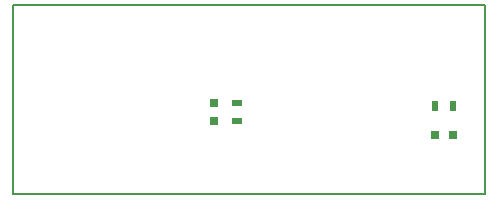
<source format=gtp>
G04 #@! TF.FileFunction,Paste,Top*
%FSLAX46Y46*%
G04 Gerber Fmt 4.6, Leading zero omitted, Abs format (unit mm)*
G04 Created by KiCad (PCBNEW 4.0.2-stable) date 28/05/2016 23:34:47*
%MOMM*%
G01*
G04 APERTURE LIST*
%ADD10C,0.100000*%
%ADD11C,0.150000*%
%ADD12R,0.750000X0.800000*%
%ADD13R,0.797560X0.797560*%
%ADD14R,0.500000X0.900000*%
%ADD15R,0.900000X0.500000*%
G04 APERTURE END LIST*
D10*
D11*
X0Y16000000D02*
X0Y0D01*
X40000000Y16000000D02*
X0Y16000000D01*
X40000000Y0D02*
X40000000Y16000000D01*
X0Y0D02*
X40000000Y0D01*
D12*
X17000000Y7750000D03*
X17000000Y6250000D03*
D13*
X37249300Y5000000D03*
X35750700Y5000000D03*
D14*
X35750000Y7500000D03*
X37250000Y7500000D03*
D15*
X19000000Y6250000D03*
X19000000Y7750000D03*
M02*

</source>
